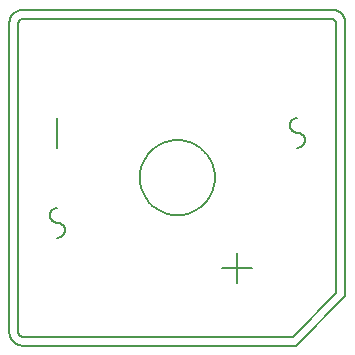
<source format=gbo>
G75*
%MOIN*%
%OFA0B0*%
%FSLAX24Y24*%
%IPPOS*%
%LPD*%
%AMOC8*
5,1,8,0,0,1.08239X$1,22.5*
%
%ADD10C,0.0060*%
D10*
X011200Y025750D02*
X020300Y025750D01*
X021950Y027400D01*
X021950Y036500D01*
X021650Y036500D02*
X021650Y027500D01*
X020200Y026050D01*
X011200Y026050D01*
X011200Y025750D02*
X011158Y025752D01*
X011117Y025758D01*
X011077Y025767D01*
X011037Y025780D01*
X010999Y025797D01*
X010963Y025817D01*
X010929Y025841D01*
X010897Y025867D01*
X010867Y025897D01*
X010841Y025929D01*
X010817Y025963D01*
X010797Y025999D01*
X010780Y026037D01*
X010767Y026077D01*
X010758Y026117D01*
X010752Y026158D01*
X010750Y026200D01*
X010750Y036500D01*
X011050Y036500D02*
X011050Y026200D01*
X011052Y026177D01*
X011057Y026154D01*
X011066Y026132D01*
X011079Y026112D01*
X011094Y026094D01*
X011112Y026079D01*
X011132Y026066D01*
X011154Y026057D01*
X011177Y026052D01*
X011200Y026050D01*
X012350Y029350D02*
X012380Y029352D01*
X012410Y029357D01*
X012439Y029366D01*
X012466Y029379D01*
X012492Y029394D01*
X012516Y029413D01*
X012537Y029434D01*
X012556Y029458D01*
X012571Y029484D01*
X012584Y029511D01*
X012593Y029540D01*
X012598Y029570D01*
X012600Y029600D01*
X012598Y029630D01*
X012593Y029660D01*
X012584Y029689D01*
X012571Y029716D01*
X012556Y029742D01*
X012537Y029766D01*
X012516Y029787D01*
X012492Y029806D01*
X012466Y029821D01*
X012439Y029834D01*
X012410Y029843D01*
X012380Y029848D01*
X012350Y029850D01*
X012320Y029852D01*
X012290Y029857D01*
X012261Y029866D01*
X012234Y029879D01*
X012208Y029894D01*
X012184Y029913D01*
X012163Y029934D01*
X012144Y029958D01*
X012129Y029984D01*
X012116Y030011D01*
X012107Y030040D01*
X012102Y030070D01*
X012100Y030100D01*
X012102Y030130D01*
X012107Y030160D01*
X012116Y030189D01*
X012129Y030216D01*
X012144Y030242D01*
X012163Y030266D01*
X012184Y030287D01*
X012208Y030306D01*
X012234Y030321D01*
X012261Y030334D01*
X012290Y030343D01*
X012320Y030348D01*
X012350Y030350D01*
X012350Y032350D02*
X012350Y033350D01*
X010750Y036500D02*
X010752Y036542D01*
X010758Y036583D01*
X010767Y036623D01*
X010780Y036663D01*
X010797Y036701D01*
X010817Y036737D01*
X010841Y036771D01*
X010867Y036803D01*
X010897Y036833D01*
X010929Y036859D01*
X010963Y036883D01*
X010999Y036903D01*
X011037Y036920D01*
X011077Y036933D01*
X011117Y036942D01*
X011158Y036948D01*
X011200Y036950D01*
X021500Y036950D01*
X021500Y036650D02*
X011200Y036650D01*
X011177Y036648D01*
X011154Y036643D01*
X011132Y036634D01*
X011112Y036621D01*
X011094Y036606D01*
X011079Y036588D01*
X011066Y036568D01*
X011057Y036546D01*
X011052Y036523D01*
X011050Y036500D01*
X015100Y031350D02*
X015102Y031420D01*
X015108Y031490D01*
X015118Y031559D01*
X015131Y031628D01*
X015149Y031696D01*
X015170Y031763D01*
X015195Y031828D01*
X015224Y031892D01*
X015256Y031955D01*
X015292Y032015D01*
X015331Y032073D01*
X015373Y032129D01*
X015418Y032183D01*
X015466Y032234D01*
X015517Y032282D01*
X015571Y032327D01*
X015627Y032369D01*
X015685Y032408D01*
X015745Y032444D01*
X015808Y032476D01*
X015872Y032505D01*
X015937Y032530D01*
X016004Y032551D01*
X016072Y032569D01*
X016141Y032582D01*
X016210Y032592D01*
X016280Y032598D01*
X016350Y032600D01*
X016420Y032598D01*
X016490Y032592D01*
X016559Y032582D01*
X016628Y032569D01*
X016696Y032551D01*
X016763Y032530D01*
X016828Y032505D01*
X016892Y032476D01*
X016955Y032444D01*
X017015Y032408D01*
X017073Y032369D01*
X017129Y032327D01*
X017183Y032282D01*
X017234Y032234D01*
X017282Y032183D01*
X017327Y032129D01*
X017369Y032073D01*
X017408Y032015D01*
X017444Y031955D01*
X017476Y031892D01*
X017505Y031828D01*
X017530Y031763D01*
X017551Y031696D01*
X017569Y031628D01*
X017582Y031559D01*
X017592Y031490D01*
X017598Y031420D01*
X017600Y031350D01*
X017598Y031280D01*
X017592Y031210D01*
X017582Y031141D01*
X017569Y031072D01*
X017551Y031004D01*
X017530Y030937D01*
X017505Y030872D01*
X017476Y030808D01*
X017444Y030745D01*
X017408Y030685D01*
X017369Y030627D01*
X017327Y030571D01*
X017282Y030517D01*
X017234Y030466D01*
X017183Y030418D01*
X017129Y030373D01*
X017073Y030331D01*
X017015Y030292D01*
X016955Y030256D01*
X016892Y030224D01*
X016828Y030195D01*
X016763Y030170D01*
X016696Y030149D01*
X016628Y030131D01*
X016559Y030118D01*
X016490Y030108D01*
X016420Y030102D01*
X016350Y030100D01*
X016280Y030102D01*
X016210Y030108D01*
X016141Y030118D01*
X016072Y030131D01*
X016004Y030149D01*
X015937Y030170D01*
X015872Y030195D01*
X015808Y030224D01*
X015745Y030256D01*
X015685Y030292D01*
X015627Y030331D01*
X015571Y030373D01*
X015517Y030418D01*
X015466Y030466D01*
X015418Y030517D01*
X015373Y030571D01*
X015331Y030627D01*
X015292Y030685D01*
X015256Y030745D01*
X015224Y030808D01*
X015195Y030872D01*
X015170Y030937D01*
X015149Y031004D01*
X015131Y031072D01*
X015118Y031141D01*
X015108Y031210D01*
X015102Y031280D01*
X015100Y031350D01*
X018350Y028850D02*
X018350Y027850D01*
X017850Y028350D02*
X018850Y028350D01*
X020350Y032350D02*
X020380Y032352D01*
X020410Y032357D01*
X020439Y032366D01*
X020466Y032379D01*
X020492Y032394D01*
X020516Y032413D01*
X020537Y032434D01*
X020556Y032458D01*
X020571Y032484D01*
X020584Y032511D01*
X020593Y032540D01*
X020598Y032570D01*
X020600Y032600D01*
X020598Y032630D01*
X020593Y032660D01*
X020584Y032689D01*
X020571Y032716D01*
X020556Y032742D01*
X020537Y032766D01*
X020516Y032787D01*
X020492Y032806D01*
X020466Y032821D01*
X020439Y032834D01*
X020410Y032843D01*
X020380Y032848D01*
X020350Y032850D01*
X020320Y032852D01*
X020290Y032857D01*
X020261Y032866D01*
X020234Y032879D01*
X020208Y032894D01*
X020184Y032913D01*
X020163Y032934D01*
X020144Y032958D01*
X020129Y032984D01*
X020116Y033011D01*
X020107Y033040D01*
X020102Y033070D01*
X020100Y033100D01*
X020102Y033130D01*
X020107Y033160D01*
X020116Y033189D01*
X020129Y033216D01*
X020144Y033242D01*
X020163Y033266D01*
X020184Y033287D01*
X020208Y033306D01*
X020234Y033321D01*
X020261Y033334D01*
X020290Y033343D01*
X020320Y033348D01*
X020350Y033350D01*
X021950Y036500D02*
X021948Y036542D01*
X021942Y036583D01*
X021933Y036623D01*
X021920Y036663D01*
X021903Y036701D01*
X021883Y036737D01*
X021859Y036771D01*
X021833Y036803D01*
X021803Y036833D01*
X021771Y036859D01*
X021737Y036883D01*
X021701Y036903D01*
X021663Y036920D01*
X021623Y036933D01*
X021583Y036942D01*
X021542Y036948D01*
X021500Y036950D01*
X021500Y036650D02*
X021523Y036648D01*
X021546Y036643D01*
X021568Y036634D01*
X021588Y036621D01*
X021606Y036606D01*
X021621Y036588D01*
X021634Y036568D01*
X021643Y036546D01*
X021648Y036523D01*
X021650Y036500D01*
M02*

</source>
